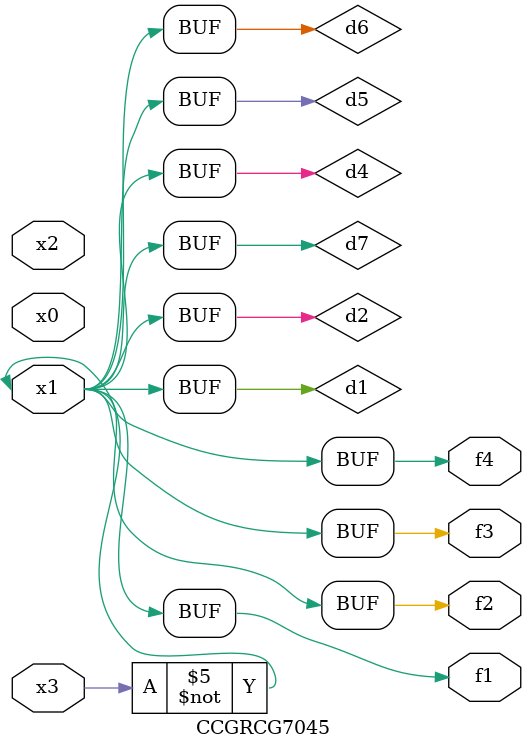
<source format=v>
module CCGRCG7045(
	input x0, x1, x2, x3,
	output f1, f2, f3, f4
);

	wire d1, d2, d3, d4, d5, d6, d7;

	not (d1, x3);
	buf (d2, x1);
	xnor (d3, d1, d2);
	nor (d4, d1);
	buf (d5, d1, d2);
	buf (d6, d4, d5);
	nand (d7, d4);
	assign f1 = d6;
	assign f2 = d7;
	assign f3 = d6;
	assign f4 = d6;
endmodule

</source>
